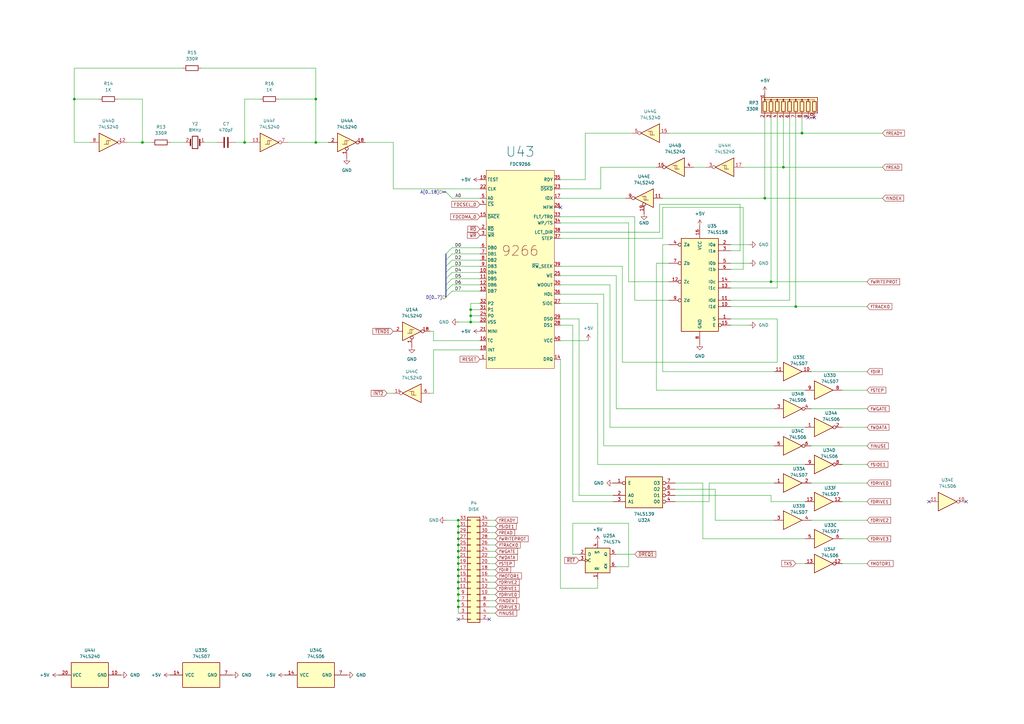
<source format=kicad_sch>
(kicad_sch (version 20231120) (generator "eeschema") (generator_version "8.0")
  (paper "A3")
  (lib_symbols
    (symbol "74xx:74LS06" (pin_names (offset 1.016))
      (property "Reference" "U" (at 0 1.27 0))
      (property "Value" "74LS06" (at 0 -1.27 0))
      (symbol "74LS06_1_0"
        (pin input line (at -7.62 0 0) (length 3.81) (name "~") (number "1"))
        (pin open_collector inverted (at 7.62 0 180) (length 3.81) (name "~") (number "2"))
      )
      (symbol "74LS06_2_0"
        (pin input line (at -7.62 0 0) (length 3.81) (name "~") (number "3"))
        (pin open_collector inverted (at 7.62 0 180) (length 3.81) (name "~") (number "4"))
      )
      (symbol "74LS06_3_0"
        (pin input line (at -7.62 0 0) (length 3.81) (name "~") (number "5"))
        (pin open_collector inverted (at 7.62 0 180) (length 3.81) (name "~") (number "6"))
      )
      (symbol "74LS06_4_0"
        (pin open_collector inverted (at 7.62 0 180) (length 3.81) (name "~") (number "8"))
        (pin input line (at -7.62 0 0) (length 3.81) (name "~") (number "9"))
      )
      (symbol "74LS06_5_0"
        (pin open_collector inverted (at 7.62 0 180) (length 3.81) (name "~") (number "10"))
        (pin input line (at -7.62 0 0) (length 3.81) (name "~") (number "11"))
      )
      (symbol "74LS06_6_0"
        (pin open_collector inverted (at 7.62 0 180) (length 3.81) (name "~") (number "12"))
        (pin input line (at -7.62 0 0) (length 3.81) (name "~") (number "13"))
      )
      (symbol "74LS06_7_0"
        (pin power_in line (at 0 12.7 270) (length 5.08) (name "VCC") (number "14"))
        (pin power_in line (at 0 -12.7 90) (length 5.08) (name "GND") (number "7"))
      )
    )
    (symbol "74xx:74LS07" (pin_names (offset 1.016))
      (property "Reference" "U" (at 0 1.27 0))
      (property "Value" "74LS07" (at 0 -1.27 0))
      (symbol "74LS07_1_0"
        (pin input line (at -7.62 0 0) (length 3.81) (name "~") (number "1"))
        (pin open_collector line (at 7.62 0 180) (length 3.81) (name "~") (number "2"))
      )
      (symbol "74LS07_2_0"
        (pin input line (at -7.62 0 0) (length 3.81) (name "~") (number "3"))
        (pin open_collector line (at 7.62 0 180) (length 3.81) (name "~") (number "4"))
      )
      (symbol "74LS07_3_0"
        (pin input line (at -7.62 0 0) (length 3.81) (name "~") (number "5"))
        (pin open_collector line (at 7.62 0 180) (length 3.81) (name "~") (number "6"))
      )
      (symbol "74LS07_4_0"
        (pin open_collector line (at 7.62 0 180) (length 3.81) (name "~") (number "8"))
        (pin input line (at -7.62 0 0) (length 3.81) (name "~") (number "9"))
      )
      (symbol "74LS07_5_0"
        (pin open_collector line (at 7.62 0 180) (length 3.81) (name "~") (number "10"))
        (pin input line (at -7.62 0 0) (length 3.81) (name "~") (number "11"))
      )
      (symbol "74LS07_6_0"
        (pin open_collector line (at 7.62 0 180) (length 3.81) (name "~") (number "12"))
        (pin input line (at -7.62 0 0) (length 3.81) (name "~") (number "13"))
      )
      (symbol "74LS07_7_0"
        (pin power_in line (at 0 12.7 270) (length 5.08) (name "VCC") (number "14"))
        (pin power_in line (at 0 -12.7 90) (length 5.08) (name "GND") (number "7"))
      )
    )
    (symbol "74xx:74LS139" (pin_names (offset 1.016))
      (property "Reference" "U" (at -7.62 8.89 0))
      (property "Value" "74LS139" (at -7.62 -8.89 0))
      (symbol "74LS139_1_0"
        (pin input inverted (at -12.7 -5.08 0) (length 5.08) (name "E") (number "1"))
        (pin input line (at -12.7 0 0) (length 5.08) (name "A0") (number "2"))
        (pin input line (at -12.7 2.54 0) (length 5.08) (name "A1") (number "3"))
        (pin output inverted (at 12.7 2.54 180) (length 5.08) (name "O0") (number "4"))
        (pin output inverted (at 12.7 0 180) (length 5.08) (name "O1") (number "5"))
        (pin output inverted (at 12.7 -2.54 180) (length 5.08) (name "O2") (number "6"))
        (pin output inverted (at 12.7 -5.08 180) (length 5.08) (name "O3") (number "7"))
      )
      (symbol "74LS139_2_0"
        (pin output inverted (at 12.7 -2.54 180) (length 5.08) (name "O2") (number "10"))
        (pin output inverted (at 12.7 0 180) (length 5.08) (name "O1") (number "11"))
        (pin output inverted (at 12.7 2.54 180) (length 5.08) (name "O0") (number "12"))
        (pin input line (at -12.7 2.54 0) (length 5.08) (name "A1") (number "13"))
        (pin input line (at -12.7 0 0) (length 5.08) (name "A0") (number "14"))
        (pin input inverted (at -12.7 -5.08 0) (length 5.08) (name "E") (number "15"))
        (pin output inverted (at 12.7 -5.08 180) (length 5.08) (name "O3") (number "9"))
      )
      (symbol "74LS139_3_0"
        (pin power_in line (at 0 12.7 270) (length 5.08) (name "VCC") (number "16"))
        (pin power_in line (at 0 -12.7 90) (length 5.08) (name "GND") (number "8"))
      )
    )
    (symbol "74xx:74LS158" (pin_names (offset 1.016))
      (property "Reference" "U" (at -7.62 19.05 0))
      (property "Value" "74LS158" (at -7.62 -21.59 0))
      (symbol "74LS158_1_0"
        (pin input line (at -12.7 -15.24 0) (length 5.08) (name "S") (number "1"))
        (pin input line (at -12.7 -10.16 0) (length 5.08) (name "I1d") (number "10"))
        (pin input line (at -12.7 -7.62 0) (length 5.08) (name "I0d") (number "11"))
        (pin output inverted (at 12.7 0 180) (length 5.08) (name "Zc") (number "12"))
        (pin input line (at -12.7 -2.54 0) (length 5.08) (name "I1c") (number "13"))
        (pin input line (at -12.7 0 0) (length 5.08) (name "I0c") (number "14"))
        (pin input inverted (at -12.7 -17.78 0) (length 5.08) (name "E") (number "15"))
        (pin power_in line (at 0 22.86 270) (length 5.08) (name "VCC") (number "16"))
        (pin input line (at -12.7 15.24 0) (length 5.08) (name "I0a") (number "2"))
        (pin input line (at -12.7 12.7 0) (length 5.08) (name "I1a") (number "3"))
        (pin output inverted (at 12.7 15.24 180) (length 5.08) (name "Za") (number "4"))
        (pin input line (at -12.7 7.62 0) (length 5.08) (name "I0b") (number "5"))
        (pin input line (at -12.7 5.08 0) (length 5.08) (name "I1b") (number "6"))
        (pin output inverted (at 12.7 7.62 180) (length 5.08) (name "Zb") (number "7"))
        (pin power_in line (at 0 -25.4 90) (length 5.08) (name "GND") (number "8"))
        (pin output inverted (at 12.7 -7.62 180) (length 5.08) (name "Zd") (number "9"))
      )
    )
    (symbol "74xx:74LS240_Split"
      (property "Reference" "U" (at 0 1.27 0))
      (property "Value" "74LS240_Split" (at 0 -1.27 0))
      (symbol "74LS240_Split_1_0"
        (pin input inverted (at 0 -6.35 90) (length 4.445) (name "~") (number "1"))
        (pin tri_state inverted (at 7.62 0 180) (length 3.81) (name "~") (number "18"))
        (pin input line (at -7.62 0 0) (length 3.81) (name "~") (number "2"))
      )
      (symbol "74LS240_Split_2_0"
        (pin tri_state inverted (at 7.62 0 180) (length 3.81) (name "~") (number "16"))
        (pin input line (at -7.62 0 0) (length 3.81) (name "~") (number "4"))
      )
      (symbol "74LS240_Split_3_0"
        (pin tri_state inverted (at 7.62 0 180) (length 3.81) (name "~") (number "14"))
        (pin input line (at -7.62 0 0) (length 3.81) (name "~") (number "6"))
      )
      (symbol "74LS240_Split_4_0"
        (pin tri_state inverted (at 7.62 0 180) (length 3.81) (name "~") (number "12"))
        (pin input line (at -7.62 0 0) (length 3.81) (name "~") (number "8"))
      )
      (symbol "74LS240_Split_5_0"
        (pin input line (at -7.62 0 0) (length 3.81) (name "~") (number "11"))
        (pin input inverted (at 0 -6.35 90) (length 4.445) (name "~") (number "19"))
        (pin tri_state inverted (at 7.62 0 180) (length 3.81) (name "~") (number "9"))
      )
      (symbol "74LS240_Split_6_0"
        (pin input line (at -7.62 0 0) (length 3.81) (name "~") (number "13"))
        (pin tri_state inverted (at 7.62 0 180) (length 3.81) (name "~") (number "7"))
      )
      (symbol "74LS240_Split_7_0"
        (pin input line (at -7.62 0 0) (length 3.81) (name "~") (number "15"))
        (pin tri_state inverted (at 7.62 0 180) (length 3.81) (name "~") (number "5"))
      )
      (symbol "74LS240_Split_8_0"
        (pin input line (at -7.62 0 0) (length 3.81) (name "~") (number "17"))
        (pin tri_state inverted (at 7.62 0 180) (length 3.81) (name "~") (number "3"))
      )
      (symbol "74LS240_Split_9_0"
        (pin power_in line (at 0 -12.7 90) (length 5.08) (name "GND") (number "10"))
        (pin power_in line (at 0 12.7 270) (length 5.08) (name "VCC") (number "20"))
      )
    )
    (symbol "74xx:74LS74" (pin_names (offset 1.016))
      (property "Reference" "U" (at -7.62 8.89 0))
      (property "Value" "74LS74" (at -7.62 -8.89 0))
      (symbol "74LS74_1_0"
        (pin input line (at 0 -7.62 90) (length 2.54) (name "~{R}") (number "1"))
        (pin input line (at -7.62 2.54 0) (length 2.54) (name "D") (number "2"))
        (pin input clock (at -7.62 0 0) (length 2.54) (name "C") (number "3"))
        (pin input line (at 0 7.62 270) (length 2.54) (name "~{S}") (number "4"))
        (pin output line (at 7.62 2.54 180) (length 2.54) (name "Q") (number "5"))
        (pin output line (at 7.62 -2.54 180) (length 2.54) (name "~{Q}") (number "6"))
      )
      (symbol "74LS74_2_0"
        (pin input line (at 0 7.62 270) (length 2.54) (name "~{S}") (number "10"))
        (pin input clock (at -7.62 0 0) (length 2.54) (name "C") (number "11"))
        (pin input line (at -7.62 2.54 0) (length 2.54) (name "D") (number "12"))
        (pin input line (at 0 -7.62 90) (length 2.54) (name "~{R}") (number "13"))
        (pin output line (at 7.62 -2.54 180) (length 2.54) (name "~{Q}") (number "8"))
        (pin output line (at 7.62 2.54 180) (length 2.54) (name "Q") (number "9"))
      )
      (symbol "74LS74_3_0"
        (pin power_in line (at 0 10.16 270) (length 2.54) (name "VCC") (number "14"))
        (pin power_in line (at 0 -10.16 90) (length 2.54) (name "GND") (number "7"))
      )
    )
    (symbol "Connector_Generic:Conn_02x17_Odd_Even" (pin_names (offset 1.016) hide)
      (property "Reference" "J" (at 1.27 22.86 0))
      (property "Value" "Conn_02x17_Odd_Even" (at 1.27 -22.86 0))
      (symbol "Conn_02x17_Odd_Even_1_1"
        (pin passive line (at -5.08 20.32 0) (length 3.81) (name "Pin_1") (number "1"))
        (pin passive line (at 7.62 10.16 180) (length 3.81) (name "Pin_10") (number "10"))
        (pin passive line (at -5.08 7.62 0) (length 3.81) (name "Pin_11") (number "11"))
        (pin passive line (at 7.62 7.62 180) (length 3.81) (name "Pin_12") (number "12"))
        (pin passive line (at -5.08 5.08 0) (length 3.81) (name "Pin_13") (number "13"))
        (pin passive line (at 7.62 5.08 180) (length 3.81) (name "Pin_14") (number "14"))
        (pin passive line (at -5.08 2.54 0) (length 3.81) (name "Pin_15") (number "15"))
        (pin passive line (at 7.62 2.54 180) (length 3.81) (name "Pin_16") (number "16"))
        (pin passive line (at -5.08 0 0) (length 3.81) (name "Pin_17") (number "17"))
        (pin passive line (at 7.62 0 180) (length 3.81) (name "Pin_18") (number "18"))
        (pin passive line (at -5.08 -2.54 0) (length 3.81) (name "Pin_19") (number "19"))
        (pin passive line (at 7.62 20.32 180) (length 3.81) (name "Pin_2") (number "2"))
        (pin passive line (at 7.62 -2.54 180) (length 3.81) (name "Pin_20") (number "20"))
        (pin passive line (at -5.08 -5.08 0) (length 3.81) (name "Pin_21") (number "21"))
        (pin passive line (at 7.62 -5.08 180) (length 3.81) (name "Pin_22") (number "22"))
        (pin passive line (at -5.08 -7.62 0) (length 3.81) (name "Pin_23") (number "23"))
        (pin passive line (at 7.62 -7.62 180) (length 3.81) (name "Pin_24") (number "24"))
        (pin passive line (at -5.08 -10.16 0) (length 3.81) (name "Pin_25") (number "25"))
        (pin passive line (at 7.62 -10.16 180) (length 3.81) (name "Pin_26") (number "26"))
        (pin passive line (at -5.08 -12.7 0) (length 3.81) (name "Pin_27") (number "27"))
        (pin passive line (at 7.62 -12.7 180) (length 3.81) (name "Pin_28") (number "28"))
        (pin passive line (at -5.08 -15.24 0) (length 3.81) (name "Pin_29") (number "29"))
        (pin passive line (at -5.08 17.78 0) (length 3.81) (name "Pin_3") (number "3"))
        (pin passive line (at 7.62 -15.24 180) (length 3.81) (name "Pin_30") (number "30"))
        (pin passive line (at -5.08 -17.78 0) (length 3.81) (name "Pin_31") (number "31"))
        (pin passive line (at 7.62 -17.78 180) (length 3.81) (name "Pin_32") (number "32"))
        (pin passive line (at -5.08 -20.32 0) (length 3.81) (name "Pin_33") (number "33"))
        (pin passive line (at 7.62 -20.32 180) (length 3.81) (name "Pin_34") (number "34"))
        (pin passive line (at 7.62 17.78 180) (length 3.81) (name "Pin_4") (number "4"))
        (pin passive line (at -5.08 15.24 0) (length 3.81) (name "Pin_5") (number "5"))
        (pin passive line (at 7.62 15.24 180) (length 3.81) (name "Pin_6") (number "6"))
        (pin passive line (at -5.08 12.7 0) (length 3.81) (name "Pin_7") (number "7"))
        (pin passive line (at 7.62 12.7 180) (length 3.81) (name "Pin_8") (number "8"))
        (pin passive line (at -5.08 10.16 0) (length 3.81) (name "Pin_9") (number "9"))
      )
    )
    (symbol "Device:C" (pin_numbers hide) (pin_names (offset 0.254))
      (property "Reference" "C" (at 0.635 2.54 0))
      (property "Value" "C" (at 0.635 -2.54 0))
      (symbol "C_1_1"
        (pin passive line (at 0 3.81 270) (length 2.794) (name "~") (number "1"))
        (pin passive line (at 0 -3.81 90) (length 2.794) (name "~") (number "2"))
      )
    )
    (symbol "Device:Crystal" (pin_names (offset 1.016) hide)
      (property "Reference" "Y" (at 0 3.81 0))
      (property "Value" "Crystal" (at 0 -3.81 0))
      (symbol "Crystal_1_1"
        (pin passive line (at -3.81 0 0) (length 1.27) (name "1") (number "1"))
        (pin passive line (at 3.81 0 180) (length 1.27) (name "2") (number "2"))
      )
    )
    (symbol "Device:R" (pin_numbers hide) (pin_names (offset 0))
      (property "Reference" "R" (at 2.032 0 90))
      (property "Value" "R" (at 0 0 90))
      (symbol "R_1_1"
        (pin passive line (at 0 3.81 270) (length 1.27) (name "~") (number "1"))
        (pin passive line (at 0 -3.81 90) (length 1.27) (name "~") (number "2"))
      )
    )
    (symbol "Device:R_Network09" (pin_names (offset 0) hide)
      (property "Reference" "RN" (at -12.7 0 90))
      (property "Value" "R_Network09" (at 12.7 0 90))
      (symbol "R_Network09_1_1"
        (pin passive line (at -10.16 5.08 270) (length 2.54) (name "common") (number "1"))
        (pin passive line (at 10.16 -5.08 90) (length 1.27) (name "R9") (number "10"))
        (pin passive line (at -10.16 -5.08 90) (length 1.27) (name "R1") (number "2"))
        (pin passive line (at -7.62 -5.08 90) (length 1.27) (name "R2") (number "3"))
        (pin passive line (at -5.08 -5.08 90) (length 1.27) (name "R3") (number "4"))
        (pin passive line (at -2.54 -5.08 90) (length 1.27) (name "R4") (number "5"))
        (pin passive line (at 0 -5.08 90) (length 1.27) (name "R5") (number "6"))
        (pin passive line (at 2.54 -5.08 90) (length 1.27) (name "R6") (number "7"))
        (pin passive line (at 5.08 -5.08 90) (length 1.27) (name "R7") (number "8"))
        (pin passive line (at 7.62 -5.08 90) (length 1.27) (name "R8") (number "9"))
      )
    )
    (symbol "TIM011:FDC9266"
      (property "Reference" "U" (at 0 -10.16 0))
      (property "Value" "FDC9266" (at 9.144 40.64 0))
      (symbol "FDC9266_0_0"
        (pin input line (at -16.51 -38.1 0) (length 2.54) (name "RST") (number "1"))
        (pin bidirectional line (at -16.51 -2.54 0) (length 2.54) (name "DB4") (number "10"))
        (pin bidirectional line (at -16.51 -5.08 0) (length 2.54) (name "DB5") (number "11"))
        (pin bidirectional line (at -16.51 -7.62 0) (length 2.54) (name "DB6") (number "12"))
        (pin bidirectional line (at -16.51 -10.16 0) (length 2.54) (name "DB7") (number "13"))
        (pin output line (at 16.51 -38.1 180) (length 2.54) (name "DRQ") (number "14"))
        (pin input line (at -16.51 20.32 0) (length 2.54) (name "~{DACK}") (number "15"))
        (pin input line (at -16.51 -30.48 0) (length 2.54) (name "TC") (number "16"))
        (pin input line (at 16.51 27.94 180) (length 2.54) (name "IDX") (number "17"))
        (pin output line (at -16.51 -34.29 0) (length 2.54) (name "INT") (number "18"))
        (pin input line (at -16.51 35.56 0) (length 2.54) (name "TEST") (number "19"))
        (pin input line (at -16.51 15.24 0) (length 2.54) (name "~{RD}") (number "2"))
        (pin power_in line (at -16.51 -22.86 0) (length 2.54) (name "VSS") (number "20"))
        (pin input line (at -16.51 -26.67 0) (length 2.54) (name "MINI") (number "21"))
        (pin input line (at -16.51 31.75 0) (length 2.54) (name "CLK") (number "22"))
        (pin input line (at 16.51 31.75 180) (length 2.54) (name "~{DSKD}") (number "23"))
        (pin input line (at -16.51 -20.32 0) (length 2.54) (name "P0") (number "24"))
        (pin output line (at 16.51 -3.81 180) (length 2.54) (name "WE") (number "25"))
        (pin output line (at 16.51 24.13 180) (length 2.54) (name "MFM") (number "26"))
        (pin input line (at -16.51 12.7 0) (length 2.54) (name "~{WR}") (number "3"))
        (pin output line (at 16.51 -7.62 180) (length 2.54) (name "WDOUT") (number "30"))
        (pin input line (at -16.51 -17.78 0) (length 2.54) (name "P1") (number "31"))
        (pin input line (at -16.51 -15.24 0) (length 2.54) (name "P2") (number "32"))
        (pin input line (at 16.51 20.32 180) (length 2.54) (name "FLT/TR0") (number "33"))
        (pin input line (at 16.51 17.78 180) (length 2.54) (name "WP/TS") (number "34"))
        (pin input line (at 16.51 35.56 180) (length 2.54) (name "RDY") (number "35"))
        (pin output line (at 16.51 -11.43 180) (length 2.54) (name "HDL") (number "36"))
        (pin output line (at 16.51 13.97 180) (length 2.54) (name "LCT_DIR") (number "38"))
        (pin output line (at 16.51 0 180) (length 2.54) (name "~{RW}_SEEK") (number "39"))
        (pin input line (at -16.51 25.4 0) (length 2.54) (name "~{CS}") (number "4"))
        (pin power_in line (at 16.51 -30.48 180) (length 2.54) (name "VCC") (number "40"))
        (pin input line (at -16.51 27.94 0) (length 2.54) (name "A0") (number "5"))
        (pin bidirectional line (at -16.51 7.62 0) (length 2.54) (name "DB0") (number "6"))
        (pin bidirectional line (at -16.51 5.08 0) (length 2.54) (name "DB1") (number "7"))
        (pin bidirectional line (at -16.51 2.54 0) (length 2.54) (name "DB2") (number "8"))
        (pin bidirectional line (at -16.51 0 0) (length 2.54) (name "DB3") (number "9"))
      )
      (symbol "FDC9266_1_0"
        (pin output line (at 16.51 -15.24 180) (length 2.54) (name "SIDE") (number "27"))
        (pin output line (at 16.51 -24.13 180) (length 2.54) (name "DS1") (number "28"))
        (pin output line (at 16.51 -21.59 180) (length 2.54) (name "DS0") (number "29"))
        (pin output line (at 16.51 11.43 180) (length 2.54) (name "STEP") (number "37"))
      )
      (symbol "FDC9266_1_1"
        (text "9266\n" (at 0 6.35 0) (effects (font (size 4 4))))
      )
    )
    (symbol "power:+5V" (power) (pin_numbers hide) (pin_names (offset 0) hide)
      (property "Value" "+5V" (at 0 3.556 0))
      (symbol "+5V_1_1"
        (pin power_in line (at 0 0 90) (length 0) (name "~") (number "1"))
      )
    )
    (symbol "power:GND" (power) (pin_numbers hide) (pin_names (offset 0) hide)
      (property "Value" "GND" (at 0 -3.81 0))
      (symbol "GND_1_1"
        (pin power_in line (at 0 0 270) (length 0) (name "~") (number "1"))
      )
    )
  )
  (junction (at 187.96 248.92))
  (junction (at 58.42 58.42))
  (junction (at 187.96 218.44))
  (junction (at 187.96 220.98))
  (junction (at 187.96 228.6))
  (junction (at 187.96 243.84))
  (junction (at 313.69 81.28))
  (junction (at 129.54 58.42))
  (junction (at 187.96 236.22))
  (junction (at 187.96 233.68))
  (junction (at 187.96 213.36))
  (junction (at 187.96 238.76))
  (junction (at 321.31 68.58))
  (junction (at 193.04 129.54))
  (junction (at 316.23 115.57))
  (junction (at 187.96 241.3))
  (junction (at 187.96 246.38))
  (junction (at 326.39 125.73))
  (junction (at 187.96 215.9))
  (junction (at 187.96 223.52))
  (junction (at 100.33 58.42))
  (junction (at 129.54 40.64))
  (junction (at 193.04 127))
  (junction (at 187.96 231.14))
  (junction (at 30.48 40.64))
  (junction (at 187.96 226.06))
  (junction (at 328.93 54.61))
  (junction (at 193.04 132.08))
  (no_connect (at 187.96 254))
  (no_connect (at 381 205.74))
  (no_connect (at 229.87 85.09))
  (no_connect (at 396.24 205.74))
  (no_connect (at 200.66 254))
  (no_connect (at 331.47 48.26))
  (no_connect (at 334.01 48.26))
  (bus_entry (at 185.42 111.76) (size -2.54 2.54))
  (bus_entry (at 185.42 101.6) (size -2.54 2.54))
  (bus_entry (at 185.42 109.22) (size -2.54 2.54))
  (bus_entry (at 185.42 104.14) (size -2.54 2.54))
  (bus_entry (at 185.42 106.68) (size -2.54 2.54))
  (bus_entry (at 182.88 78.74) (size 2.54 2.54))
  (bus_entry (at 185.42 119.38) (size -2.54 2.54))
  (bus_entry (at 185.42 114.3) (size -2.54 2.54))
  (bus_entry (at 185.42 116.84) (size -2.54 2.54))
  (wire (pts (xy 193.04 127) (xy 196.85 127)))
  (wire (pts (xy 318.77 130.81) (xy 299.72 130.81)))
  (wire (pts (xy 187.96 132.08) (xy 193.04 132.08)))
  (bus (pts (xy 181.61 78.74) (xy 182.88 78.74)))
  (bus (pts (xy 182.88 116.84) (xy 182.88 114.3)))
  (wire (pts (xy 246.38 68.58) (xy 269.24 68.58)))
  (wire (pts (xy 203.2 248.92) (xy 200.66 248.92)))
  (wire (pts (xy 355.6 152.4) (xy 332.74 152.4)))
  (wire (pts (xy 304.8 110.49) (xy 299.72 110.49)))
  (wire (pts (xy 247.65 120.65) (xy 247.65 182.88)))
  (wire (pts (xy 229.87 95.25) (xy 270.51 95.25)))
  (wire (pts (xy 203.2 238.76) (xy 200.66 238.76)))
  (wire (pts (xy 193.04 124.46) (xy 193.04 127)))
  (wire (pts (xy 203.2 236.22) (xy 200.66 236.22)))
  (wire (pts (xy 149.86 58.42) (xy 161.29 58.42)))
  (wire (pts (xy 257.81 214.63) (xy 234.95 214.63)))
  (wire (pts (xy 255.27 148.59) (xy 318.77 148.59)))
  (wire (pts (xy 252.73 232.41) (xy 257.81 232.41)))
  (wire (pts (xy 271.78 97.79) (xy 271.78 85.09)))
  (wire (pts (xy 196.85 109.22) (xy 185.42 109.22)))
  (wire (pts (xy 161.29 58.42) (xy 161.29 77.47)))
  (wire (pts (xy 299.72 118.11) (xy 318.77 118.11)))
  (wire (pts (xy 257.81 115.57) (xy 274.32 115.57)))
  (wire (pts (xy 196.85 104.14) (xy 185.42 104.14)))
  (wire (pts (xy 271.78 85.09) (xy 304.8 85.09)))
  (wire (pts (xy 203.2 220.98) (xy 200.66 220.98)))
  (wire (pts (xy 234.95 227.33) (xy 237.49 227.33)))
  (wire (pts (xy 187.96 233.68) (xy 187.96 231.14)))
  (wire (pts (xy 240.03 73.66) (xy 229.87 73.66)))
  (wire (pts (xy 290.83 205.74) (xy 290.83 198.12)))
  (wire (pts (xy 58.42 40.64) (xy 48.26 40.64)))
  (wire (pts (xy 237.49 130.81) (xy 237.49 203.2)))
  (wire (pts (xy 250.19 116.84) (xy 250.19 175.26)))
  (wire (pts (xy 307.34 107.95) (xy 299.72 107.95)))
  (wire (pts (xy 259.08 54.61) (xy 240.03 54.61)))
  (wire (pts (xy 177.8 143.51) (xy 196.85 143.51)))
  (wire (pts (xy 203.2 213.36) (xy 200.66 213.36)))
  (wire (pts (xy 269.24 107.95) (xy 269.24 160.02)))
  (wire (pts (xy 229.87 130.81) (xy 237.49 130.81)))
  (wire (pts (xy 355.6 175.26) (xy 345.44 175.26)))
  (wire (pts (xy 246.38 77.47) (xy 229.87 77.47)))
  (wire (pts (xy 274.32 54.61) (xy 328.93 54.61)))
  (wire (pts (xy 58.42 58.42) (xy 58.42 40.64)))
  (wire (pts (xy 245.11 241.3) (xy 245.11 237.49)))
  (wire (pts (xy 203.2 231.14) (xy 200.66 231.14)))
  (wire (pts (xy 316.23 205.74) (xy 330.2 205.74)))
  (wire (pts (xy 196.85 119.38) (xy 185.42 119.38)))
  (wire (pts (xy 203.2 243.84) (xy 200.66 243.84)))
  (bus (pts (xy 182.88 121.92) (xy 182.88 119.38)))
  (wire (pts (xy 129.54 27.94) (xy 129.54 40.64)))
  (wire (pts (xy 290.83 198.12) (xy 317.5 198.12)))
  (wire (pts (xy 158.75 161.29) (xy 161.29 161.29)))
  (wire (pts (xy 106.68 40.64) (xy 100.33 40.64)))
  (wire (pts (xy 299.72 115.57) (xy 316.23 115.57)))
  (wire (pts (xy 355.6 190.5) (xy 345.44 190.5)))
  (wire (pts (xy 229.87 116.84) (xy 250.19 116.84)))
  (wire (pts (xy 316.23 115.57) (xy 355.6 115.57)))
  (wire (pts (xy 193.04 129.54) (xy 196.85 129.54)))
  (wire (pts (xy 299.72 125.73) (xy 326.39 125.73)))
  (wire (pts (xy 229.87 133.35) (xy 234.95 133.35)))
  (wire (pts (xy 276.86 200.66) (xy 293.37 200.66)))
  (wire (pts (xy 304.8 85.09) (xy 304.8 110.49)))
  (wire (pts (xy 196.85 114.3) (xy 185.42 114.3)))
  (wire (pts (xy 176.53 161.29) (xy 177.8 161.29)))
  (wire (pts (xy 229.87 124.46) (xy 245.11 124.46)))
  (wire (pts (xy 114.3 40.64) (xy 129.54 40.64)))
  (wire (pts (xy 274.32 100.33) (xy 271.78 100.33)))
  (wire (pts (xy 161.29 77.47) (xy 196.85 77.47)))
  (wire (pts (xy 88.9 58.42) (xy 83.82 58.42)))
  (wire (pts (xy 196.85 101.6) (xy 185.42 101.6)))
  (wire (pts (xy 316.23 48.26) (xy 316.23 115.57)))
  (wire (pts (xy 260.35 88.9) (xy 260.35 123.19)))
  (wire (pts (xy 234.95 214.63) (xy 234.95 227.33)))
  (wire (pts (xy 245.11 190.5) (xy 330.2 190.5)))
  (wire (pts (xy 30.48 40.64) (xy 40.64 40.64)))
  (wire (pts (xy 247.65 182.88) (xy 317.5 182.88)))
  (wire (pts (xy 177.8 139.7) (xy 196.85 139.7)))
  (wire (pts (xy 250.19 175.26) (xy 330.2 175.26)))
  (wire (pts (xy 203.2 246.38) (xy 200.66 246.38)))
  (wire (pts (xy 299.72 123.19) (xy 323.85 123.19)))
  (wire (pts (xy 203.2 218.44) (xy 200.66 218.44)))
  (wire (pts (xy 229.87 91.44) (xy 257.81 91.44)))
  (wire (pts (xy 313.69 81.28) (xy 361.95 81.28)))
  (wire (pts (xy 187.96 241.3) (xy 187.96 238.76)))
  (wire (pts (xy 307.34 100.33) (xy 299.72 100.33)))
  (wire (pts (xy 30.48 58.42) (xy 30.48 40.64)))
  (wire (pts (xy 203.2 241.3) (xy 200.66 241.3)))
  (wire (pts (xy 252.73 167.64) (xy 317.5 167.64)))
  (wire (pts (xy 355.6 213.36) (xy 332.74 213.36)))
  (wire (pts (xy 355.6 182.88) (xy 332.74 182.88)))
  (wire (pts (xy 318.77 118.11) (xy 318.77 48.26)))
  (wire (pts (xy 129.54 40.64) (xy 129.54 58.42)))
  (wire (pts (xy 271.78 152.4) (xy 317.5 152.4)))
  (wire (pts (xy 271.78 100.33) (xy 271.78 152.4)))
  (wire (pts (xy 176.53 135.89) (xy 177.8 135.89)))
  (wire (pts (xy 187.96 243.84) (xy 187.96 241.3)))
  (wire (pts (xy 289.56 68.58) (xy 284.48 68.58)))
  (wire (pts (xy 313.69 81.28) (xy 313.69 48.26)))
  (wire (pts (xy 328.93 54.61) (xy 328.93 48.26)))
  (wire (pts (xy 269.24 160.02) (xy 330.2 160.02)))
  (wire (pts (xy 187.96 231.14) (xy 187.96 228.6)))
  (wire (pts (xy 316.23 203.2) (xy 316.23 205.74)))
  (wire (pts (xy 318.77 148.59) (xy 318.77 130.81)))
  (wire (pts (xy 252.73 113.03) (xy 252.73 167.64)))
  (wire (pts (xy 229.87 97.79) (xy 271.78 97.79)))
  (wire (pts (xy 326.39 48.26) (xy 326.39 125.73)))
  (bus (pts (xy 182.88 106.68) (xy 182.88 104.14)))
  (wire (pts (xy 203.2 215.9) (xy 200.66 215.9)))
  (bus (pts (xy 182.88 109.22) (xy 182.88 106.68)))
  (wire (pts (xy 196.85 111.76) (xy 185.42 111.76)))
  (bus (pts (xy 182.88 111.76) (xy 182.88 109.22)))
  (wire (pts (xy 185.42 81.28) (xy 196.85 81.28)))
  (wire (pts (xy 187.96 236.22) (xy 187.96 233.68)))
  (wire (pts (xy 288.29 198.12) (xy 288.29 220.98)))
  (wire (pts (xy 129.54 58.42) (xy 134.62 58.42)))
  (wire (pts (xy 276.86 205.74) (xy 290.83 205.74)))
  (wire (pts (xy 74.93 27.94) (xy 30.48 27.94)))
  (wire (pts (xy 187.96 226.06) (xy 187.96 223.52)))
  (wire (pts (xy 196.85 124.46) (xy 193.04 124.46)))
  (wire (pts (xy 229.87 241.3) (xy 245.11 241.3)))
  (wire (pts (xy 303.53 83.82) (xy 303.53 102.87)))
  (wire (pts (xy 321.31 68.58) (xy 321.31 48.26)))
  (wire (pts (xy 187.96 220.98) (xy 187.96 218.44)))
  (wire (pts (xy 187.96 246.38) (xy 187.96 243.84)))
  (wire (pts (xy 260.35 227.33) (xy 252.73 227.33)))
  (wire (pts (xy 203.2 226.06) (xy 200.66 226.06)))
  (wire (pts (xy 246.38 68.58) (xy 246.38 77.47)))
  (wire (pts (xy 52.07 58.42) (xy 58.42 58.42)))
  (wire (pts (xy 229.87 109.22) (xy 255.27 109.22)))
  (wire (pts (xy 196.85 106.68) (xy 185.42 106.68)))
  (wire (pts (xy 129.54 58.42) (xy 118.11 58.42)))
  (wire (pts (xy 355.6 205.74) (xy 345.44 205.74)))
  (wire (pts (xy 100.33 58.42) (xy 96.52 58.42)))
  (wire (pts (xy 271.78 81.28) (xy 313.69 81.28)))
  (wire (pts (xy 303.53 102.87) (xy 299.72 102.87)))
  (wire (pts (xy 196.85 116.84) (xy 185.42 116.84)))
  (wire (pts (xy 30.48 27.94) (xy 30.48 40.64)))
  (wire (pts (xy 82.55 27.94) (xy 129.54 27.94)))
  (wire (pts (xy 229.87 113.03) (xy 252.73 113.03)))
  (wire (pts (xy 241.3 139.7) (xy 229.87 139.7)))
  (wire (pts (xy 187.96 238.76) (xy 187.96 236.22)))
  (wire (pts (xy 234.95 133.35) (xy 234.95 205.74)))
  (wire (pts (xy 100.33 40.64) (xy 100.33 58.42)))
  (wire (pts (xy 62.23 58.42) (xy 58.42 58.42)))
  (wire (pts (xy 187.96 218.44) (xy 187.96 215.9)))
  (wire (pts (xy 355.6 231.14) (xy 345.44 231.14)))
  (wire (pts (xy 293.37 213.36) (xy 317.5 213.36)))
  (wire (pts (xy 187.96 215.9) (xy 187.96 213.36)))
  (wire (pts (xy 102.87 58.42) (xy 100.33 58.42)))
  (wire (pts (xy 276.86 198.12) (xy 288.29 198.12)))
  (wire (pts (xy 193.04 129.54) (xy 193.04 132.08)))
  (wire (pts (xy 229.87 88.9) (xy 260.35 88.9)))
  (wire (pts (xy 270.51 95.25) (xy 270.51 83.82)))
  (wire (pts (xy 193.04 132.08) (xy 196.85 132.08)))
  (wire (pts (xy 307.34 133.35) (xy 299.72 133.35)))
  (wire (pts (xy 203.2 251.46) (xy 200.66 251.46)))
  (wire (pts (xy 187.96 228.6) (xy 187.96 226.06)))
  (wire (pts (xy 326.39 231.14) (xy 330.2 231.14)))
  (wire (pts (xy 288.29 220.98) (xy 330.2 220.98)))
  (wire (pts (xy 257.81 232.41) (xy 257.81 214.63)))
  (wire (pts (xy 187.96 213.36) (xy 182.88 213.36)))
  (wire (pts (xy 36.83 58.42) (xy 30.48 58.42)))
  (wire (pts (xy 326.39 125.73) (xy 355.6 125.73)))
  (wire (pts (xy 274.32 107.95) (xy 269.24 107.95)))
  (wire (pts (xy 187.96 251.46) (xy 187.96 248.92)))
  (wire (pts (xy 203.2 223.52) (xy 200.66 223.52)))
  (wire (pts (xy 276.86 203.2) (xy 316.23 203.2)))
  (wire (pts (xy 293.37 200.66) (xy 293.37 213.36)))
  (wire (pts (xy 203.2 228.6) (xy 200.66 228.6)))
  (wire (pts (xy 177.8 161.29) (xy 177.8 143.51)))
  (wire (pts (xy 177.8 135.89) (xy 177.8 139.7)))
  (wire (pts (xy 355.6 167.64) (xy 332.74 167.64)))
  (wire (pts (xy 355.6 160.02) (xy 345.44 160.02)))
  (wire (pts (xy 304.8 68.58) (xy 321.31 68.58)))
  (wire (pts (xy 187.96 223.52) (xy 187.96 220.98)))
  (wire (pts (xy 321.31 68.58) (xy 361.95 68.58)))
  (wire (pts (xy 229.87 120.65) (xy 247.65 120.65)))
  (wire (pts (xy 229.87 81.28) (xy 256.54 81.28)))
  (wire (pts (xy 257.81 91.44) (xy 257.81 115.57)))
  (bus (pts (xy 182.88 119.38) (xy 182.88 116.84)))
  (wire (pts (xy 187.96 248.92) (xy 187.96 246.38)))
  (wire (pts (xy 270.51 83.82) (xy 303.53 83.82)))
  (wire (pts (xy 245.11 124.46) (xy 245.11 190.5)))
  (wire (pts (xy 328.93 54.61) (xy 361.95 54.61)))
  (wire (pts (xy 234.95 205.74) (xy 251.46 205.74)))
  (wire (pts (xy 260.35 123.19) (xy 274.32 123.19)))
  (wire (pts (xy 203.2 233.68) (xy 200.66 233.68)))
  (wire (pts (xy 69.85 58.42) (xy 76.2 58.42)))
  (wire (pts (xy 193.04 127) (xy 193.04 129.54)))
  (wire (pts (xy 255.27 109.22) (xy 255.27 148.59)))
  (wire (pts (xy 240.03 54.61) (xy 240.03 73.66)))
  (wire (pts (xy 355.6 198.12) (xy 332.74 198.12)))
  (bus (pts (xy 182.88 114.3) (xy 182.88 111.76)))
  (wire (pts (xy 237.49 203.2) (xy 251.46 203.2)))
  (wire (pts (xy 323.85 123.19) (xy 323.85 48.26)))
  (wire (pts (xy 355.6 220.98) (xy 345.44 220.98)))
  (wire (pts (xy 229.87 147.32) (xy 229.87 241.3)))
  (label "D1" (at 189.23 104.14 180))
  (label "D4" (at 189.23 111.76 180))
  (label "A0" (at 186.69 81.28 0))
  (label "D2" (at 189.23 106.68 180))
  (label "D7" (at 189.23 119.38 180))
  (label "D3" (at 189.23 109.22 180))
  (label "D6" (at 189.23 116.84 180))
  (label "D0" (at 189.23 101.6 180))
  (label "D5" (at 189.23 114.3 180))
  (global_label "fREAD" (shape input) (at 361.95 68.58 0) (property "Intersheetrefs" "${INTERSHEET_REFS}" (effects (hide yes))))
  (global_label "fMOTOR1" (shape input) (at 203.2 236.22 0) (property "Intersheetrefs" "${INTERSHEET_REFS}" (effects (hide yes))))
  (global_label "fWDATA" (shape input) (at 355.6 175.26 0) (property "Intersheetrefs" "${INTERSHEET_REFS}" (effects (hide yes))))
  (global_label "fREADY" (shape input) (at 361.95 54.61 0) (property "Intersheetrefs" "${INTERSHEET_REFS}" (effects (hide yes))))
  (global_label "fWGATE" (shape input) (at 203.2 226.06 0) (property "Intersheetrefs" "${INTERSHEET_REFS}" (effects (hide yes))))
  (global_label "fMOTOR1" (shape input) (at 355.6 231.14 0) (property "Intersheetrefs" "${INTERSHEET_REFS}" (effects (hide yes))))
  (global_label "fSIDE1" (shape input) (at 355.6 190.5 0) (property "Intersheetrefs" "${INTERSHEET_REFS}" (effects (hide yes))))
  (global_label "~{WR}" (shape input) (at 196.85 96.52 180) (property "Intersheetrefs" "${INTERSHEET_REFS}" (effects (hide yes))))
  (global_label "fTRACK0" (shape input) (at 203.2 223.52 0) (property "Intersheetrefs" "${INTERSHEET_REFS}" (effects (hide yes))))
  (global_label "~{REF}" (shape input) (at 237.49 229.87 180) (property "Intersheetrefs" "${INTERSHEET_REFS}" (effects (hide yes))))
  (global_label "fDRIVE3" (shape input) (at 203.2 248.92 0) (property "Intersheetrefs" "${INTERSHEET_REFS}" (effects (hide yes))))
  (global_label "FDCDMA_0" (shape input) (at 196.85 88.9 180) (property "Intersheetrefs" "${INTERSHEET_REFS}" (effects (hide yes))))
  (global_label "~{DREQ1}" (shape input) (at 260.35 227.33 0) (property "Intersheetrefs" "${INTERSHEET_REFS}" (effects (hide yes))))
  (global_label "fWRITEPROT" (shape input) (at 355.6 115.57 0) (property "Intersheetrefs" "${INTERSHEET_REFS}" (effects (hide yes))))
  (global_label "TXS" (shape input) (at 326.39 231.14 180) (property "Intersheetrefs" "${INTERSHEET_REFS}" (effects (hide yes))))
  (global_label "fDRIVE2" (shape input) (at 355.6 213.36 0) (property "Intersheetrefs" "${INTERSHEET_REFS}" (effects (hide yes))))
  (global_label "fWRITEPROT" (shape input) (at 203.2 220.98 0) (property "Intersheetrefs" "${INTERSHEET_REFS}" (effects (hide yes))))
  (global_label "fINUSE" (shape input) (at 355.6 182.88 0) (property "Intersheetrefs" "${INTERSHEET_REFS}" (effects (hide yes))))
  (global_label "RESET" (shape input) (at 196.85 147.32 180) (property "Intersheetrefs" "${INTERSHEET_REFS}" (effects (hide yes))))
  (global_label "fDIR" (shape input) (at 355.6 152.4 0) (property "Intersheetrefs" "${INTERSHEET_REFS}" (effects (hide yes))))
  (global_label "fSTEP" (shape input) (at 203.2 231.14 0) (property "Intersheetrefs" "${INTERSHEET_REFS}" (effects (hide yes))))
  (global_label "fDRIVE1" (shape input) (at 355.6 205.74 0) (property "Intersheetrefs" "${INTERSHEET_REFS}" (effects (hide yes))))
  (global_label "~{INT2}" (shape input) (at 158.75 161.29 180) (property "Intersheetrefs" "${INTERSHEET_REFS}" (effects (hide yes))))
  (global_label "fDRIVE3" (shape input) (at 355.6 220.98 0) (property "Intersheetrefs" "${INTERSHEET_REFS}" (effects (hide yes))))
  (global_label "fDRIVE1" (shape input) (at 203.2 241.3 0) (property "Intersheetrefs" "${INTERSHEET_REFS}" (effects (hide yes))))
  (global_label "fDRIVE0" (shape input) (at 203.2 243.84 0) (property "Intersheetrefs" "${INTERSHEET_REFS}" (effects (hide yes))))
  (global_label "fSIDE1" (shape input) (at 203.2 215.9 0) (property "Intersheetrefs" "${INTERSHEET_REFS}" (effects (hide yes))))
  (global_label "~{TEND1}" (shape input) (at 161.29 135.89 180) (property "Intersheetrefs" "${INTERSHEET_REFS}" (effects (hide yes))))
  (global_label "fINDEX" (shape input) (at 361.95 81.28 0) (property "Intersheetrefs" "${INTERSHEET_REFS}" (effects (hide yes))))
  (global_label "fDRIVE0" (shape input) (at 355.6 198.12 0) (property "Intersheetrefs" "${INTERSHEET_REFS}" (effects (hide yes))))
  (global_label "fDRIVE2" (shape input) (at 203.2 238.76 0) (property "Intersheetrefs" "${INTERSHEET_REFS}" (effects (hide yes))))
  (global_label "fTRACK0" (shape input) (at 355.6 125.73 0) (property "Intersheetrefs" "${INTERSHEET_REFS}" (effects (hide yes))))
  (global_label "~{RD}" (shape input) (at 196.85 93.98 180) (property "Intersheetrefs" "${INTERSHEET_REFS}" (effects (hide yes))))
  (global_label "fREAD" (shape input) (at 203.2 218.44 0) (property "Intersheetrefs" "${INTERSHEET_REFS}" (effects (hide yes))))
  (global_label "fINUSE" (shape input) (at 203.2 251.46 0) (property "Intersheetrefs" "${INTERSHEET_REFS}" (effects (hide yes))))
  (global_label "fREADY" (shape input) (at 203.2 213.36 0) (property "Intersheetrefs" "${INTERSHEET_REFS}" (effects (hide yes))))
  (global_label "fWGATE" (shape input) (at 355.6 167.64 0) (property "Intersheetrefs" "${INTERSHEET_REFS}" (effects (hide yes))))
  (global_label "FDCSEL_0" (shape input) (at 196.85 83.82 180) (property "Intersheetrefs" "${INTERSHEET_REFS}" (effects (hide yes))))
  (global_label "fWDATA" (shape input) (at 203.2 228.6 0) (property "Intersheetrefs" "${INTERSHEET_REFS}" (effects (hide yes))))
  (global_label "fINDEX" (shape input) (at 203.2 246.38 0) (property "Intersheetrefs" "${INTERSHEET_REFS}" (effects (hide yes))))
  (global_label "fSTEP" (shape input) (at 355.6 160.02 0) (property "Intersheetrefs" "${INTERSHEET_REFS}" (effects (hide yes))))
  (global_label "fDIR" (shape input) (at 203.2 233.68 0) (property "Intersheetrefs" "${INTERSHEET_REFS}" (effects (hide yes))))
  (hierarchical_label "D[0..7]" (shape input) (at 182.88 121.92 180))
  (hierarchical_label "A[0..18]" (shape input) (at 181.61 78.74 180))
  (symbol (lib_id "74xx:74LS240_Split") (at 36.83 276.86 90) (unit 9)
    (property "Reference" "U44" (at 36.83 266.7 90))
    (property "Value" "74LS240" (at 36.83 269.24 90))
    (property "Footprint" "011TIM:DIP-20_W7.62mm" (effects (hide yes)))
    (property "Datasheet" "http://www.ti.com/lit/ds/symlink/sn74ls240.pdf" (effects (hide yes)))
    (property "Description" "Octal Buffer and Line Driver With 3-State Output, active-low enables, inverting outputs, split symbol" (effects (hide yes)))
  )
  (symbol (lib_id "74xx:74LS240_Split") (at 44.45 58.42 0) (unit 4)
    (property "Reference" "U44" (at 44.45 49.53 0))
    (property "Value" "74LS240" (at 44.45 52.07 0))
    (property "Footprint" "011TIM:DIP-20_W7.62mm" (effects (hide yes)))
    (property "Datasheet" "http://www.ti.com/lit/ds/symlink/sn74ls240.pdf" (effects (hide yes)))
    (property "Description" "Octal Buffer and Line Driver With 3-State Output, active-low enables, inverting outputs, split symbol" (effects (hide yes)))
  )
  (symbol (lib_id "74xx:74LS240_Split") (at 276.86 68.58 0) (mirror y) (unit 2)
    (property "Reference" "U44" (at 276.86 59.69 0))
    (property "Value" "74LS240" (at 276.86 62.23 0))
    (property "Footprint" "011TIM:DIP-20_W7.62mm" (effects (hide yes)))
    (property "Datasheet" "http://www.ti.com/lit/ds/symlink/sn74ls240.pdf" (effects (hide yes)))
    (property "Description" "Octal Buffer and Line Driver With 3-State Output, active-low enables, inverting outputs, split symbol" (effects (hide yes)))
  )
  (symbol (lib_id "power:GND") (at 307.34 107.95 90) (unit 1)
    (property "Reference" "#PWR0139" (effects (hide yes)))
    (property "Value" "GND" (at 311.15 107.9499 90) (effects (justify right)))
    (property "Description" "Power symbol creates a global label with name \"GND\" , ground" (effects (hide yes)))
  )
  (symbol (lib_id "74xx:74LS07") (at 337.82 160.02 0) (unit 4)
    (property "Reference" "U33" (at 340.36 153.924 0))
    (property "Value" "74LS07" (at 340.36 156.464 0))
    (property "Footprint" "011TIM:DIP-14_W7.62mm" (effects (hide yes)))
    (property "Datasheet" "www.ti.com/lit/ds/symlink/sn74ls07.pdf" (effects (hide yes)))
    (property "Description" "Hex Buffers and Drivers With Open Collector High Voltage Outputs" (effects (hide yes)))
  )
  (symbol (lib_id "power:GND") (at 287.02 140.97 0) (unit 1)
    (property "Reference" "#PWR0137" (effects (hide yes)))
    (property "Value" "GND" (at 287.02 146.05 0))
    (property "Description" "Power symbol creates a global label with name \"GND\" , ground" (effects (hide yes)))
  )
  (symbol (lib_id "power:GND") (at 142.24 276.86 90) (unit 1)
    (property "Reference" "#PWR0143" (effects (hide yes)))
    (property "Value" "GND" (at 146.05 276.8599 90) (effects (justify right)))
    (property "Description" "Power symbol creates a global label with name \"GND\" , ground" (effects (hide yes)))
  )
  (symbol (lib_id "74xx:74LS06") (at 337.82 190.5 0) (unit 4)
    (property "Reference" "U34" (at 340.106 184.658 0))
    (property "Value" "74LS06" (at 340.106 187.198 0))
    (property "Footprint" "011TIM:DIP-14_W7.62mm" (effects (hide yes)))
    (property "Datasheet" "http://www.ti.com/lit/gpn/sn74LS06" (effects (hide yes)))
    (property "Description" "Inverter Open Collect" (effects (hide yes)))
  )
  (symbol (lib_id "74xx:74LS07") (at 325.12 198.12 0) (unit 1)
    (property "Reference" "U33" (at 327.66 192.278 0))
    (property "Value" "74LS07" (at 327.66 194.818 0))
    (property "Footprint" "011TIM:DIP-14_W7.62mm" (effects (hide yes)))
    (property "Datasheet" "www.ti.com/lit/ds/symlink/sn74ls07.pdf" (effects (hide yes)))
    (property "Description" "Hex Buffers and Drivers With Open Collector High Voltage Outputs" (effects (hide yes)))
  )
  (symbol (lib_id "74xx:74LS07") (at 337.82 205.74 0) (unit 6)
    (property "Reference" "U33" (at 340.614 200.152 0))
    (property "Value" "74LS07" (at 340.614 202.692 0))
    (property "Footprint" "011TIM:DIP-14_W7.62mm" (effects (hide yes)))
    (property "Datasheet" "www.ti.com/lit/ds/symlink/sn74ls07.pdf" (effects (hide yes)))
    (property "Description" "Hex Buffers and Drivers With Open Collector High Voltage Outputs" (effects (hide yes)))
  )
  (symbol (lib_id "74xx:74LS240_Split") (at 266.7 54.61 0) (mirror y) (unit 7)
    (property "Reference" "U44" (at 266.7 45.72 0))
    (property "Value" "74LS240" (at 266.7 48.26 0))
    (property "Footprint" "011TIM:DIP-20_W7.62mm" (effects (hide yes)))
    (property "Datasheet" "http://www.ti.com/lit/ds/symlink/sn74ls240.pdf" (effects (hide yes)))
    (property "Description" "Octal Buffer and Line Driver With 3-State Output, active-low enables, inverting outputs, split symbol" (effects (hide yes)))
  )
  (symbol (lib_id "power:+5V") (at 196.85 135.89 90) (unit 1)
    (property "Reference" "#PWR0131" (effects (hide yes)))
    (property "Value" "+5V" (at 193.04 135.8899 90) (effects (justify left)))
    (property "Description" "Power symbol creates a global label with name \"+5V\"" (effects (hide yes)))
  )
  (symbol (lib_id "74xx:74LS06") (at 337.82 231.14 0) (unit 6)
    (property "Reference" "U34" (at 340.36 225.298 0))
    (property "Value" "74LS06" (at 340.36 227.838 0))
    (property "Footprint" "011TIM:DIP-14_W7.62mm" (effects (hide yes)))
    (property "Datasheet" "http://www.ti.com/lit/gpn/sn74LS06" (effects (hide yes)))
    (property "Description" "Inverter Open Collect" (effects (hide yes)))
  )
  (symbol (lib_id "power:GND") (at 251.46 198.12 270) (unit 1)
    (property "Reference" "#PWR0132" (effects (hide yes)))
    (property "Value" "GND" (at 247.65 198.1199 90) (effects (justify right)))
    (property "Description" "Power symbol creates a global label with name \"GND\" , ground" (effects (hide yes)))
  )
  (symbol (lib_id "Device:C") (at 92.71 58.42 90) (unit 1)
    (property "Reference" "C7" (at 92.71 50.8 90))
    (property "Value" "470pF" (at 92.71 53.34 90))
    (property "Footprint" "011TIM:Ceramic Capacitor 7.50mm" (effects (hide yes)))
    (property "Description" "Unpolarized capacitor" (effects (hide yes)))
  )
  (symbol (lib_id "74xx:74LS06") (at 388.62 205.74 0) (unit 5)
    (property "Reference" "U34" (at 388.62 196.85 0))
    (property "Value" "74LS06" (at 388.62 199.39 0))
    (property "Footprint" "011TIM:DIP-14_W7.62mm" (effects (hide yes)))
    (property "Datasheet" "http://www.ti.com/lit/gpn/sn74LS06" (effects (hide yes)))
    (property "Description" "Inverter Open Collect" (effects (hide yes)))
  )
  (symbol (lib_id "Device:R") (at 44.45 40.64 90) (unit 1)
    (property "Reference" "R14" (at 44.45 34.29 90))
    (property "Value" "1K" (at 44.45 36.83 90))
    (property "Footprint" "011TIM:Resistor 12.7mm" (effects (hide yes)))
    (property "Description" "Resistor" (effects (hide yes)))
  )
  (symbol (lib_id "Device:R") (at 66.04 58.42 90) (unit 1)
    (property "Reference" "R13" (at 66.04 52.07 90))
    (property "Value" "330R" (at 66.04 54.61 90))
    (property "Footprint" "011TIM:Resistor 12.7mm" (effects (hide yes)))
    (property "Description" "Resistor" (effects (hide yes)))
  )
  (symbol (lib_id "power:+5V") (at 287.02 92.71 0) (unit 1)
    (property "Reference" "#PWR0136" (effects (hide yes)))
    (property "Value" "+5V" (at 287.02 87.63 0))
    (property "Description" "Power symbol creates a global label with name \"+5V\"" (effects (hide yes)))
  )
  (symbol (lib_id "Device:R_Network09") (at 323.85 43.18 0) (unit 1)
    (property "Reference" "RP3" (at 311.15 42.1639 0) (effects (justify right)))
    (property "Value" "330R" (at 311.15 44.7039 0) (effects (justify right)))
    (property "Footprint" "011TIM:R_Array_SIP10" (effects (hide yes)))
    (property "Datasheet" "http://www.vishay.com/docs/31509/csc.pdf" (effects (hide yes)))
    (property "Description" "9 resistor network, star topology, bussed resistors, small symbol" (effects (hide yes)))
  )
  (symbol (lib_id "74xx:74LS139") (at 264.16 203.2 0) (mirror x) (unit 1)
    (property "Reference" "U32" (at 264.16 213.36 0))
    (property "Value" "74LS139" (at 264.16 210.82 0))
    (property "Footprint" "011TIM:DIP-16_W7.62mm" (effects (hide yes)))
    (property "Datasheet" "http://www.ti.com/lit/ds/symlink/sn74ls139a.pdf" (effects (hide yes)))
    (property "Description" "Dual Decoder 1 of 4, Active low outputs" (effects (hide yes)))
  )
  (symbol (lib_id "power:GND") (at 264.16 87.63 0) (unit 1)
    (property "Reference" "#PWR0135" (effects (hide yes)))
    (property "Value" "GND" (at 264.16 91.44 0))
    (property "Description" "Power symbol creates a global label with name \"GND\" , ground" (effects (hide yes)))
  )
  (symbol (lib_id "74xx:74LS240_Split") (at 297.18 68.58 0) (mirror y) (unit 8)
    (property "Reference" "U44" (at 297.18 59.69 0))
    (property "Value" "74LS240" (at 297.18 62.23 0))
    (property "Footprint" "011TIM:DIP-20_W7.62mm" (effects (hide yes)))
    (property "Datasheet" "http://www.ti.com/lit/ds/symlink/sn74ls240.pdf" (effects (hide yes)))
    (property "Description" "Octal Buffer and Line Driver With 3-State Output, active-low enables, inverting outputs, split symbol" (effects (hide yes)))
  )
  (symbol (lib_id "74xx:74LS158") (at 287.02 115.57 0) (mirror y) (unit 1)
    (property "Reference" "U35" (at 290.0365 92.71 0) (effects (justify right)))
    (property "Value" "74LS158" (at 290.0365 95.25 0) (effects (justify right)))
    (property "Footprint" "011TIM:DIP-16_W7.62mm" (effects (hide yes)))
    (property "Datasheet" "http://www.ti.com/lit/gpn/sn74LS158" (effects (hide yes)))
    (property "Description" "Quad 2 to 1 multiplexer" (effects (hide yes)))
  )
  (symbol (lib_id "74xx:74LS06") (at 325.12 167.64 0) (unit 2)
    (property "Reference" "U34" (at 327.152 161.544 0))
    (property "Value" "74LS06" (at 327.152 164.084 0))
    (property "Footprint" "011TIM:DIP-14_W7.62mm" (effects (hide yes)))
    (property "Datasheet" "http://www.ti.com/lit/gpn/sn74LS06" (effects (hide yes)))
    (property "Description" "Inverter Open Collect" (effects (hide yes)))
  )
  (symbol (lib_id "74xx:74LS74") (at 245.11 229.87 0) (unit 1)
    (property "Reference" "U25" (at 247.3041 219.71 0) (effects (justify left)))
    (property "Value" "74LS74" (at 247.3041 222.25 0) (effects (justify left)))
    (property "Footprint" "011TIM:DIP-14_W7.62mm" (effects (hide yes)))
    (property "Datasheet" "74xx/74hc_hct74.pdf" (effects (hide yes)))
    (property "Description" "Dual D Flip-flop, Set & Reset" (effects (hide yes)))
  )
  (symbol (lib_id "Device:Crystal") (at 80.01 58.42 0) (mirror y) (unit 1)
    (property "Reference" "Y2" (at 80.01 50.8 0))
    (property "Value" "8MHz" (at 80.01 53.34 0))
    (property "Footprint" "011TIM:Crystal_Horizontal" (effects (hide yes)))
    (property "Description" "Two pin crystal" (effects (hide yes)))
  )
  (symbol (lib_id "power:GND") (at 307.34 133.35 90) (unit 1)
    (property "Reference" "#PWR0140" (effects (hide yes)))
    (property "Value" "GND" (at 311.15 133.3499 90) (effects (justify right)))
    (property "Description" "Power symbol creates a global label with name \"GND\" , ground" (effects (hide yes)))
  )
  (symbol (lib_id "74xx:74LS07") (at 325.12 152.4 0) (unit 5)
    (property "Reference" "U33" (at 327.66 146.558 0))
    (property "Value" "74LS07" (at 327.66 149.098 0))
    (property "Footprint" "011TIM:DIP-14_W7.62mm" (effects (hide yes)))
    (property "Datasheet" "www.ti.com/lit/ds/symlink/sn74ls07.pdf" (effects (hide yes)))
    (property "Description" "Hex Buffers and Drivers With Open Collector High Voltage Outputs" (effects (hide yes)))
  )
  (symbol (lib_id "Connector_Generic:Conn_02x17_Odd_Even") (at 193.04 233.68 0) (mirror x) (unit 1)
    (property "Reference" "P4" (at 194.31 206.375 0))
    (property "Value" "DISK" (at 194.31 208.915 0))
    (property "Footprint" "011TIM:PinHeader_2x17_2.54mm" (effects (hide yes)))
  )
  (symbol (lib_id "power:+5V") (at 245.11 222.25 0) (unit 1)
    (property "Reference" "#PWR0146" (effects (hide yes)))
    (property "Value" "+5V" (at 245.11 217.17 0))
    (property "Description" "Power symbol creates a global label with name \"+5V\"" (effects (hide yes)))
  )
  (symbol (lib_id "74xx:74LS06") (at 129.54 276.86 90) (unit 7)
    (property "Reference" "U34" (at 129.54 266.7 90))
    (property "Value" "74LS06" (at 129.54 269.24 90))
    (property "Footprint" "011TIM:DIP-14_W7.62mm" (effects (hide yes)))
    (property "Datasheet" "http://www.ti.com/lit/gpn/sn74LS06" (effects (hide yes)))
    (property "Description" "Inverter Open Collect" (effects (hide yes)))
  )
  (symbol (lib_id "power:GND") (at 168.91 142.24 0) (unit 1)
    (property "Reference" "#PWR0130" (effects (hide yes)))
    (property "Value" "GND" (at 168.91 147.32 0))
    (property "Description" "Power symbol creates a global label with name \"GND\" , ground" (effects (hide yes)))
  )
  (symbol (lib_id "power:GND") (at 95.25 276.86 90) (unit 1)
    (property "Reference" "#PWR0141" (effects (hide yes)))
    (property "Value" "GND" (at 99.06 276.8599 90) (effects (justify right)))
    (property "Description" "Power symbol creates a global label with name \"GND\" , ground" (effects (hide yes)))
  )
  (symbol (lib_id "power:+5V") (at 196.85 73.66 90) (unit 1)
    (property "Reference" "#PWR0128" (effects (hide yes)))
    (property "Value" "+5V" (at 193.04 73.6599 90) (effects (justify left)))
    (property "Description" "Power symbol creates a global label with name \"+5V\"" (effects (hide yes)))
  )
  (symbol (lib_id "74xx:74LS240_Split") (at 168.91 135.89 0) (unit 1)
    (property "Reference" "U14" (at 168.91 127 0))
    (property "Value" "74LS240" (at 168.91 129.54 0))
    (property "Footprint" "011TIM:DIP-20_W7.62mm" (effects (hide yes)))
    (property "Datasheet" "http://www.ti.com/lit/ds/symlink/sn74ls240.pdf" (effects (hide yes)))
    (property "Description" "Octal Buffer and Line Driver With 3-State Output, active-low enables, inverting outputs, split symbol" (effects (hide yes)))
  )
  (symbol (lib_id "74xx:74LS07") (at 337.82 220.98 0) (unit 3)
    (property "Reference" "U33" (at 340.614 215.392 0))
    (property "Value" "74LS07" (at 340.614 217.932 0))
    (property "Footprint" "011TIM:DIP-14_W7.62mm" (effects (hide yes)))
    (property "Datasheet" "www.ti.com/lit/ds/symlink/sn74ls07.pdf" (effects (hide yes)))
    (property "Description" "Hex Buffers and Drivers With Open Collector High Voltage Outputs" (effects (hide yes)))
  )
  (symbol (lib_id "74xx:74LS07") (at 325.12 213.36 0) (unit 2)
    (property "Reference" "U33" (at 327.66 207.518 0))
    (property "Value" "74LS07" (at 327.66 210.058 0))
    (property "Footprint" "011TIM:DIP-14_W7.62mm" (effects (hide yes)))
    (property "Datasheet" "www.ti.com/lit/ds/symlink/sn74ls07.pdf" (effects (hide yes)))
    (property "Description" "Hex Buffers and Drivers With Open Collector High Voltage Outputs" (effects (hide yes)))
  )
  (symbol (lib_id "power:+5V") (at 24.13 276.86 90) (unit 1)
    (property "Reference" "#PWR0124" (effects (hide yes)))
    (property "Value" "+5V" (at 20.32 276.8599 90) (effects (justify left)))
    (property "Description" "Power symbol creates a global label with name \"+5V\"" (effects (hide yes)))
  )
  (symbol (lib_id "power:+5V") (at 313.69 38.1 0) (unit 1)
    (property "Reference" "#PWR0134" (effects (hide yes)))
    (property "Value" "+5V" (at 313.69 33.02 0))
    (property "Description" "Power symbol creates a global label with name \"+5V\"" (effects (hide yes)))
  )
  (symbol (lib_id "74xx:74LS240_Split") (at 142.24 58.42 0) (unit 1)
    (property "Reference" "U44" (at 142.24 49.53 0))
    (property "Value" "74LS240" (at 142.24 52.07 0))
    (property "Footprint" "011TIM:DIP-20_W7.62mm" (effects (hide yes)))
    (property "Datasheet" "http://www.ti.com/lit/ds/symlink/sn74ls240.pdf" (effects (hide yes)))
    (property "Description" "Octal Buffer and Line Driver With 3-State Output, active-low enables, inverting outputs, split symbol" (effects (hide yes)))
  )
  (symbol (lib_id "TIM011:FDC9266") (at 213.36 109.22 0) (unit 1)
    (property "Reference" "U43" (at 213.36 62.23 0) (effects (font (size 4 4))))
    (property "Value" "FDC9266" (at 213.36 67.31 0))
    (property "Footprint" "011TIM:DIP-40_W15.24mm_Socket" (effects (hide yes)))
  )
  (symbol (lib_id "74xx:74LS240_Split") (at 110.49 58.42 0) (unit 6)
    (property "Reference" "U44" (at 110.49 49.53 0))
    (property "Value" "74LS240" (at 110.49 52.07 0))
    (property "Footprint" "011TIM:DIP-20_W7.62mm" (effects (hide yes)))
    (property "Datasheet" "http://www.ti.com/lit/ds/symlink/sn74ls240.pdf" (effects (hide yes)))
    (property "Description" "Octal Buffer and Line Driver With 3-State Output, active-low enables, inverting outputs, split symbol" (effects (hide yes)))
  )
  (symbol (lib_id "power:GND") (at 142.24 64.77 0) (unit 1)
    (property "Reference" "#PWR0127" (effects (hide yes)))
    (property "Value" "GND" (at 142.24 69.85 0))
    (property "Description" "Power symbol creates a global label with name \"GND\" , ground" (effects (hide yes)))
  )
  (symbol (lib_id "power:GND") (at 307.34 100.33 90) (unit 1)
    (property "Reference" "#PWR0138" (effects (hide yes)))
    (property "Value" "GND" (at 311.15 100.3299 90) (effects (justify right)))
    (property "Description" "Power symbol creates a global label with name \"GND\" , ground" (effects (hide yes)))
  )
  (symbol (lib_id "power:GND") (at 49.53 276.86 90) (unit 1)
    (property "Reference" "#PWR0126" (effects (hide yes)))
    (property "Value" "GND" (at 53.34 276.8599 90) (effects (justify right)))
    (property "Description" "Power symbol creates a global label with name \"GND\" , ground" (effects (hide yes)))
  )
  (symbol (lib_id "power:+5V") (at 69.85 276.86 90) (unit 1)
    (property "Reference" "#PWR0142" (effects (hide yes)))
    (property "Value" "+5V" (at 66.04 276.8599 90) (effects (justify left)))
    (property "Description" "Power symbol creates a global label with name \"+5V\"" (effects (hide yes)))
  )
  (symbol (lib_id "74xx:74LS240_Split") (at 168.91 161.29 0) (mirror y) (unit 3)
    (property "Reference" "U44" (at 168.91 152.4 0))
    (property "Value" "74LS240" (at 168.91 154.94 0))
    (property "Footprint" "011TIM:DIP-20_W7.62mm" (effects (hide yes)))
    (property "Datasheet" "http://www.ti.com/lit/ds/symlink/sn74ls240.pdf" (effects (hide yes)))
    (property "Description" "Octal Buffer and Line Driver With 3-State Output, active-low enables, inverting outputs, split symbol" (effects (hide yes)))
  )
  (symbol (lib_id "74xx:74LS06") (at 337.82 175.26 0) (unit 1)
    (property "Reference" "U34" (at 340.868 169.418 0))
    (property "Value" "74LS06" (at 340.868 171.958 0))
    (property "Footprint" "011TIM:DIP-14_W7.62mm" (effects (hide yes)))
    (property "Datasheet" "http://www.ti.com/lit/gpn/sn74LS06" (effects (hide yes)))
    (property "Description" "Inverter Open Collect" (effects (hide yes)))
  )
  (symbol (lib_id "power:+5V") (at 116.84 276.86 90) (unit 1)
    (property "Reference" "#PWR0144" (effects (hide yes)))
    (property "Value" "+5V" (at 113.03 276.8599 90) (effects (justify left)))
    (property "Description" "Power symbol creates a global label with name \"+5V\"" (effects (hide yes)))
  )
  (symbol (lib_id "power:GND") (at 182.88 213.36 270) (unit 1)
    (property "Reference" "#PWR0133" (effects (hide yes)))
    (property "Value" "GND" (at 175.895 213.36 90) (effects (justify left)))
  )
  (symbol (lib_id "power:+5V") (at 241.3 139.7 0) (unit 1)
    (property "Reference" "#PWR0145" (effects (hide yes)))
    (property "Value" "+5V" (at 241.3 134.62 0))
    (property "Description" "Power symbol creates a global label with name \"+5V\"" (effects (hide yes)))
  )
  (symbol (lib_id "74xx:74LS07") (at 82.55 276.86 90) (unit 7)
    (property "Reference" "U33" (at 82.55 266.7 90))
    (property "Value" "74LS07" (at 82.55 269.24 90))
    (property "Footprint" "011TIM:DIP-14_W7.62mm" (effects (hide yes)))
    (property "Datasheet" "www.ti.com/lit/ds/symlink/sn74ls07.pdf" (effects (hide yes)))
    (property "Description" "Hex Buffers and Drivers With Open Collector High Voltage Outputs" (effects (hide yes)))
  )
  (symbol (lib_id "Device:R") (at 110.49 40.64 90) (unit 1)
    (property "Reference" "R16" (at 110.49 34.29 90))
    (property "Value" "1K" (at 110.49 36.83 90))
    (property "Footprint" "011TIM:Resistor 12.7mm" (effects (hide yes)))
    (property "Description" "Resistor" (effects (hide yes)))
  )
  (symbol (lib_id "74xx:74LS240_Split") (at 264.16 81.28 0) (mirror y) (unit 5)
    (property "Reference" "U44" (at 264.16 72.39 0))
    (property "Value" "74LS240" (at 264.16 74.93 0))
    (property "Footprint" "011TIM:DIP-20_W7.62mm" (effects (hide yes)))
    (property "Datasheet" "http://www.ti.com/lit/ds/symlink/sn74ls240.pdf" (effects (hide yes)))
    (property "Description" "Octal Buffer and Line Driver With 3-State Output, active-low enables, inverting outputs, split symbol" (effects (hide yes)))
  )
  (symbol (lib_id "Device:R") (at 78.74 27.94 90) (unit 1)
    (property "Reference" "R15" (at 78.74 21.59 90))
    (property "Value" "330R" (at 78.74 24.13 90))
    (property "Footprint" "011TIM:Resistor 12.7mm" (effects (hide yes)))
    (property "Description" "Resistor" (effects (hide yes)))
  )
  (symbol (lib_id "74xx:74LS06") (at 325.12 182.88 0) (unit 3)
    (property "Reference" "U34" (at 327.152 176.784 0))
    (property "Value" "74LS06" (at 327.152 179.324 0))
    (property "Footprint" "011TIM:DIP-14_W7.62mm" (effects (hide yes)))
    (property "Datasheet" "http://www.ti.com/lit/gpn/sn74LS06" (effects (hide yes)))
    (property "Description" "Inverter Open Collect" (effects (hide yes)))
  )
  (symbol (lib_id "power:GND") (at 187.96 132.08 270) (unit 1)
    (property "Reference" "#PWR0129" (effects (hide yes)))
    (property "Value" "GND" (at 184.15 132.0799 90) (effects (justify right)))
    (property "Description" "Power symbol creates a global label with name \"GND\" , ground" (effects (hide yes)))
  )
)
</source>
